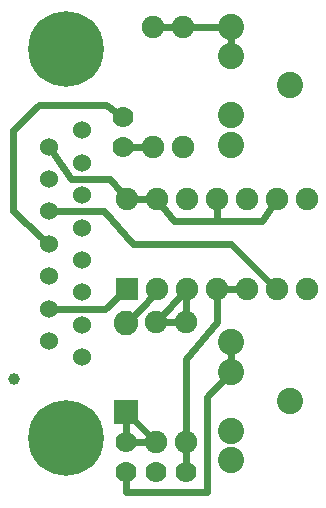
<source format=gtl>
G04 MADE WITH FRITZING*
G04 WWW.FRITZING.ORG*
G04 DOUBLE SIDED*
G04 HOLES PLATED*
G04 CONTOUR ON CENTER OF CONTOUR VECTOR*
%ASAXBY*%
%FSLAX23Y23*%
%MOIN*%
%OFA0B0*%
%SFA1.0B1.0*%
%ADD10C,0.060000*%
%ADD11C,0.250000*%
%ADD12C,0.251968*%
%ADD13C,0.087695*%
%ADD14C,0.087722*%
%ADD15C,0.075000*%
%ADD16C,0.070000*%
%ADD17C,0.082000*%
%ADD18C,0.039370*%
%ADD19R,0.075000X0.075000*%
%ADD20R,0.082000X0.082000*%
%ADD21C,0.024000*%
%ADD22R,0.001000X0.001000*%
%LNCOPPER1*%
G90*
G70*
G54D10*
X426Y487D03*
X426Y595D03*
X426Y703D03*
X426Y811D03*
X426Y919D03*
X426Y1027D03*
X426Y1135D03*
X426Y1243D03*
X314Y541D03*
X314Y649D03*
X314Y757D03*
X314Y865D03*
X314Y973D03*
X314Y1081D03*
X314Y1189D03*
G54D11*
X370Y1513D03*
X370Y217D03*
G54D12*
X370Y1513D03*
X370Y217D03*
G54D13*
X1117Y1393D03*
G54D14*
X921Y1196D03*
X921Y1294D03*
G54D13*
X921Y1491D03*
G54D14*
X921Y1589D03*
G54D13*
X1117Y341D03*
G54D14*
X921Y144D03*
X921Y242D03*
G54D13*
X921Y439D03*
G54D14*
X921Y537D03*
G54D15*
X574Y715D03*
X574Y1015D03*
X674Y715D03*
X674Y1015D03*
X774Y715D03*
X774Y1015D03*
X874Y715D03*
X874Y1015D03*
X974Y715D03*
X974Y1015D03*
X1074Y715D03*
X1074Y1015D03*
X1174Y715D03*
X1174Y1015D03*
G54D16*
X560Y1288D03*
X560Y1188D03*
G54D15*
X662Y1188D03*
X662Y1588D03*
X762Y1188D03*
X762Y1588D03*
G54D17*
X571Y304D03*
X571Y602D03*
G54D16*
X571Y204D03*
X571Y103D03*
G54D15*
X673Y205D03*
X673Y605D03*
X773Y204D03*
X773Y604D03*
G54D16*
X671Y103D03*
X771Y103D03*
G54D18*
X197Y416D03*
G54D19*
X574Y715D03*
G54D20*
X571Y303D03*
G54D21*
X196Y1243D02*
X196Y974D01*
D02*
X504Y1329D02*
X281Y1329D01*
D02*
X281Y1329D02*
X196Y1243D01*
D02*
X196Y974D02*
X293Y885D01*
D02*
X538Y1304D02*
X504Y1329D01*
D02*
X633Y1188D02*
X586Y1188D01*
D02*
X921Y1552D02*
X921Y1529D01*
D02*
X571Y230D02*
X571Y272D01*
D02*
X921Y500D02*
X921Y477D01*
D02*
X772Y176D02*
X772Y129D01*
D02*
X503Y649D02*
X342Y649D01*
D02*
X553Y695D02*
X503Y649D01*
D02*
X629Y655D02*
X657Y692D01*
D02*
X595Y623D02*
X629Y655D01*
D02*
X922Y865D02*
X596Y865D01*
D02*
X497Y973D02*
X342Y973D01*
D02*
X596Y865D02*
X497Y973D01*
D02*
X1053Y735D02*
X922Y865D01*
D02*
X945Y715D02*
X902Y715D01*
D02*
X773Y480D02*
X874Y605D01*
D02*
X874Y605D02*
X874Y686D01*
D02*
X773Y233D02*
X773Y480D01*
D02*
X773Y633D02*
X773Y686D01*
D02*
X690Y1588D02*
X734Y1588D01*
D02*
X883Y1589D02*
X791Y1589D01*
D02*
X744Y604D02*
X702Y605D01*
D02*
X597Y204D02*
X644Y204D01*
D02*
X692Y626D02*
X754Y694D01*
D02*
X652Y225D02*
X594Y281D01*
D02*
X571Y37D02*
X843Y37D01*
D02*
X843Y37D02*
X843Y353D01*
D02*
X571Y77D02*
X571Y37D01*
D02*
X843Y353D02*
X896Y411D01*
D02*
X517Y1081D02*
X388Y1081D01*
D02*
X388Y1081D02*
X330Y1166D01*
D02*
X555Y1037D02*
X517Y1081D01*
D02*
X602Y1015D02*
X645Y1015D01*
D02*
X730Y942D02*
X874Y942D01*
D02*
X874Y942D02*
X874Y986D01*
D02*
X691Y992D02*
X730Y942D01*
D02*
X874Y942D02*
X1024Y942D01*
D02*
X1024Y942D02*
X1058Y991D01*
D02*
X874Y986D02*
X874Y942D01*
G54D22*
D02*
G04 End of Copper1*
M02*
</source>
